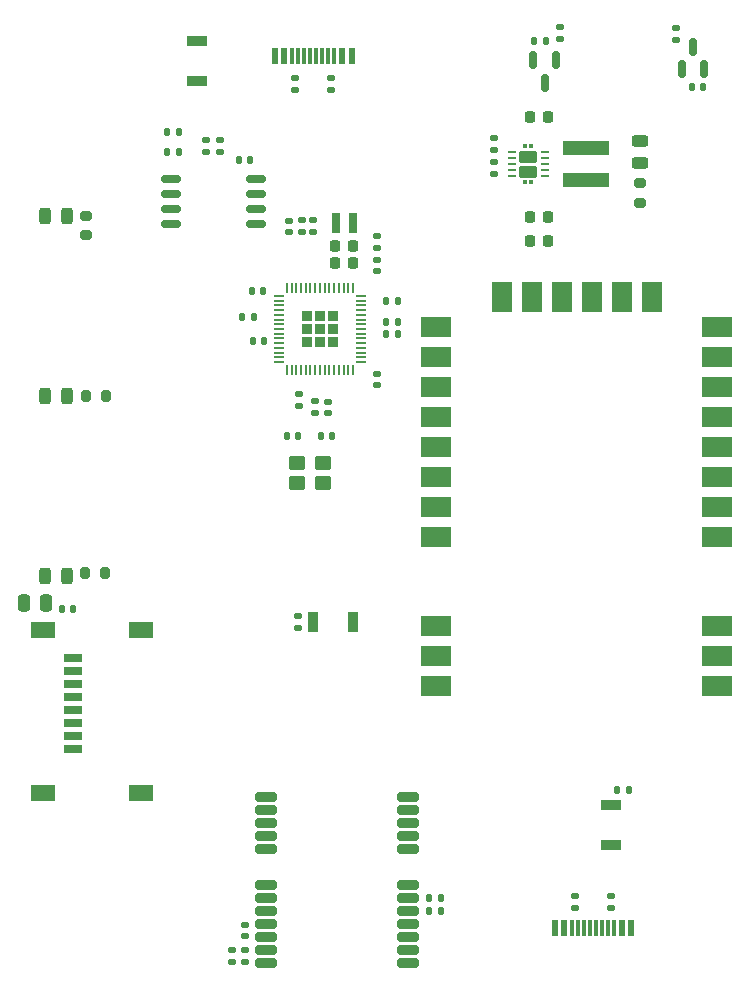
<source format=gtp>
%TF.GenerationSoftware,KiCad,Pcbnew,9.0.2*%
%TF.CreationDate,2025-12-08T13:50:51-08:00*%
%TF.ProjectId,BLV_PCB,424c565f-5043-4422-9e6b-696361645f70,rev?*%
%TF.SameCoordinates,Original*%
%TF.FileFunction,Paste,Top*%
%TF.FilePolarity,Positive*%
%FSLAX46Y46*%
G04 Gerber Fmt 4.6, Leading zero omitted, Abs format (unit mm)*
G04 Created by KiCad (PCBNEW 9.0.2) date 2025-12-08 13:50:51*
%MOMM*%
%LPD*%
G01*
G04 APERTURE LIST*
G04 Aperture macros list*
%AMRoundRect*
0 Rectangle with rounded corners*
0 $1 Rounding radius*
0 $2 $3 $4 $5 $6 $7 $8 $9 X,Y pos of 4 corners*
0 Add a 4 corners polygon primitive as box body*
4,1,4,$2,$3,$4,$5,$6,$7,$8,$9,$2,$3,0*
0 Add four circle primitives for the rounded corners*
1,1,$1+$1,$2,$3*
1,1,$1+$1,$4,$5*
1,1,$1+$1,$6,$7*
1,1,$1+$1,$8,$9*
0 Add four rect primitives between the rounded corners*
20,1,$1+$1,$2,$3,$4,$5,0*
20,1,$1+$1,$4,$5,$6,$7,0*
20,1,$1+$1,$6,$7,$8,$9,0*
20,1,$1+$1,$8,$9,$2,$3,0*%
G04 Aperture macros list end*
%ADD10R,4.000000X1.300000*%
%ADD11RoundRect,0.200000X0.700000X0.200000X-0.700000X0.200000X-0.700000X-0.200000X0.700000X-0.200000X0*%
%ADD12RoundRect,0.200000X0.275000X-0.200000X0.275000X0.200000X-0.275000X0.200000X-0.275000X-0.200000X0*%
%ADD13RoundRect,0.140000X-0.140000X-0.170000X0.140000X-0.170000X0.140000X0.170000X-0.140000X0.170000X0*%
%ADD14RoundRect,0.225000X-0.225000X-0.250000X0.225000X-0.250000X0.225000X0.250000X-0.225000X0.250000X0*%
%ADD15RoundRect,0.140000X0.140000X0.170000X-0.140000X0.170000X-0.140000X-0.170000X0.140000X-0.170000X0*%
%ADD16RoundRect,0.140000X-0.170000X0.140000X-0.170000X-0.140000X0.170000X-0.140000X0.170000X0.140000X0*%
%ADD17R,1.700000X0.900000*%
%ADD18R,1.500000X0.800000*%
%ADD19R,2.000000X1.450000*%
%ADD20RoundRect,0.225000X0.225000X0.250000X-0.225000X0.250000X-0.225000X-0.250000X0.225000X-0.250000X0*%
%ADD21RoundRect,0.135000X0.135000X0.185000X-0.135000X0.185000X-0.135000X-0.185000X0.135000X-0.185000X0*%
%ADD22RoundRect,0.243750X-0.243750X-0.456250X0.243750X-0.456250X0.243750X0.456250X-0.243750X0.456250X0*%
%ADD23R,0.900000X1.700000*%
%ADD24R,2.500000X1.700000*%
%ADD25R,1.700000X2.500000*%
%ADD26RoundRect,0.135000X-0.135000X-0.185000X0.135000X-0.185000X0.135000X0.185000X-0.135000X0.185000X0*%
%ADD27RoundRect,0.135000X-0.185000X0.135000X-0.185000X-0.135000X0.185000X-0.135000X0.185000X0.135000X0*%
%ADD28RoundRect,0.135000X0.185000X-0.135000X0.185000X0.135000X-0.185000X0.135000X-0.185000X-0.135000X0*%
%ADD29RoundRect,0.140000X0.170000X-0.140000X0.170000X0.140000X-0.170000X0.140000X-0.170000X-0.140000X0*%
%ADD30RoundRect,0.150000X0.150000X-0.587500X0.150000X0.587500X-0.150000X0.587500X-0.150000X-0.587500X0*%
%ADD31RoundRect,0.200000X0.200000X0.275000X-0.200000X0.275000X-0.200000X-0.275000X0.200000X-0.275000X0*%
%ADD32RoundRect,0.227500X-0.227500X-0.227500X0.227500X-0.227500X0.227500X0.227500X-0.227500X0.227500X0*%
%ADD33RoundRect,0.050000X-0.350000X-0.050000X0.350000X-0.050000X0.350000X0.050000X-0.350000X0.050000X0*%
%ADD34RoundRect,0.050000X-0.050000X-0.350000X0.050000X-0.350000X0.050000X0.350000X-0.050000X0.350000X0*%
%ADD35R,0.600000X1.450000*%
%ADD36R,0.300000X1.450000*%
%ADD37RoundRect,0.162500X-0.650000X-0.162500X0.650000X-0.162500X0.650000X0.162500X-0.650000X0.162500X0*%
%ADD38RoundRect,0.150000X-0.150000X0.587500X-0.150000X-0.587500X0.150000X-0.587500X0.150000X0.587500X0*%
%ADD39R,0.700000X1.700000*%
%ADD40RoundRect,0.250000X-0.450000X-0.350000X0.450000X-0.350000X0.450000X0.350000X-0.450000X0.350000X0*%
%ADD41RoundRect,0.025000X0.100000X0.145000X-0.100000X0.145000X-0.100000X-0.145000X0.100000X-0.145000X0*%
%ADD42RoundRect,0.106000X0.644000X0.424000X-0.644000X0.424000X-0.644000X-0.424000X0.644000X-0.424000X0*%
%ADD43RoundRect,0.060000X0.240000X0.060000X-0.240000X0.060000X-0.240000X-0.060000X0.240000X-0.060000X0*%
%ADD44RoundRect,0.250000X0.250000X0.475000X-0.250000X0.475000X-0.250000X-0.475000X0.250000X-0.475000X0*%
%ADD45RoundRect,0.243750X-0.456250X0.243750X-0.456250X-0.243750X0.456250X-0.243750X0.456250X0.243750X0*%
G04 APERTURE END LIST*
D10*
%TO.C,L2*%
X179900000Y-55700000D03*
X179900000Y-58400000D03*
%TD*%
D11*
%TO.C,U6*%
X164800000Y-124650000D03*
X164800000Y-123550000D03*
X164800000Y-122450000D03*
X164800000Y-121350000D03*
X164800000Y-120250000D03*
X164800000Y-119150000D03*
X164800000Y-118050000D03*
X164800000Y-115050000D03*
X164800000Y-113950000D03*
X164800000Y-112850000D03*
X164800000Y-111750000D03*
X164800000Y-110650000D03*
X152800000Y-110650000D03*
X152800000Y-111750000D03*
X152800000Y-112850000D03*
X152800000Y-113950000D03*
X152800000Y-115050000D03*
X152800000Y-118050000D03*
X152800000Y-119150000D03*
X152800000Y-120250000D03*
X152800000Y-121350000D03*
X152800000Y-122450000D03*
X152800000Y-123550000D03*
X152800000Y-124650000D03*
%TD*%
D12*
%TO.C,R11*%
X184500000Y-60325000D03*
X184500000Y-58675000D03*
%TD*%
D13*
%TO.C,C1*%
X154595000Y-80050000D03*
X155555000Y-80050000D03*
%TD*%
D14*
%TO.C,C5*%
X158625000Y-63940000D03*
X160175000Y-63940000D03*
%TD*%
D13*
%TO.C,C14*%
X162995000Y-71400000D03*
X163955000Y-71400000D03*
%TD*%
D15*
%TO.C,C6*%
X151755000Y-70000000D03*
X150795000Y-70000000D03*
%TD*%
D16*
%TO.C,C12*%
X155575000Y-76520000D03*
X155575000Y-77480000D03*
%TD*%
%TO.C,C20*%
X172100000Y-56900000D03*
X172100000Y-57860000D03*
%TD*%
D17*
%TO.C,SW1*%
X147000000Y-46600000D03*
X147000000Y-50000000D03*
%TD*%
D18*
%TO.C,J11*%
X136500000Y-106575000D03*
X136500000Y-105475000D03*
X136500000Y-104375000D03*
X136500000Y-103275000D03*
X136500000Y-102175000D03*
X136500000Y-101075000D03*
X136500000Y-99975000D03*
X136500000Y-98875000D03*
D19*
X133900000Y-110250000D03*
X142200000Y-110250000D03*
X133900000Y-96500000D03*
X142200000Y-96500000D03*
%TD*%
D20*
%TO.C,C19*%
X176675000Y-53050000D03*
X175125000Y-53050000D03*
%TD*%
D16*
%TO.C,C7*%
X158075000Y-77140000D03*
X158075000Y-78100000D03*
%TD*%
D21*
%TO.C,R23*%
X183510000Y-110000000D03*
X182490000Y-110000000D03*
%TD*%
D22*
%TO.C,D2*%
X134125000Y-76700000D03*
X136000000Y-76700000D03*
%TD*%
D23*
%TO.C,SW2*%
X156800000Y-95800000D03*
X160200000Y-95800000D03*
%TD*%
D24*
%TO.C,U5*%
X191008225Y-101264000D03*
X191008225Y-98724000D03*
X191008225Y-96184000D03*
X191008225Y-88614000D03*
X191008225Y-86074000D03*
X191008225Y-83534000D03*
X191008225Y-80994000D03*
X191008225Y-78454000D03*
X191008225Y-75914000D03*
X191008225Y-73374000D03*
X191008225Y-70834000D03*
D25*
X185458225Y-68324000D03*
X182918225Y-68324000D03*
X180378225Y-68324000D03*
X177838225Y-68324000D03*
X175298225Y-68324000D03*
X172758225Y-68324000D03*
D24*
X167208225Y-70834000D03*
X167208225Y-73374000D03*
X167208225Y-75914000D03*
X167208225Y-78454000D03*
X167208225Y-80994000D03*
X167208225Y-83534000D03*
X167208225Y-86074000D03*
X167208225Y-88614000D03*
X167208225Y-96184000D03*
X167208225Y-98724000D03*
X167208225Y-101264000D03*
%TD*%
D21*
%TO.C,R7*%
X145441668Y-54353894D03*
X144421668Y-54353894D03*
%TD*%
D26*
%TO.C,R2*%
X144431668Y-56053894D03*
X145451668Y-56053894D03*
%TD*%
D15*
%TO.C,C11*%
X152675000Y-72000000D03*
X151715000Y-72000000D03*
%TD*%
D27*
%TO.C,R8*%
X155825000Y-61790000D03*
X155825000Y-62810000D03*
%TD*%
D28*
%TO.C,R17*%
X177700000Y-46410000D03*
X177700000Y-45390000D03*
%TD*%
%TO.C,R18*%
X187500000Y-46510000D03*
X187500000Y-45490000D03*
%TD*%
D29*
%TO.C,C16*%
X154775000Y-62780000D03*
X154775000Y-61820000D03*
%TD*%
D15*
%TO.C,C18*%
X189830000Y-50500000D03*
X188870000Y-50500000D03*
%TD*%
D30*
%TO.C,Q2*%
X188000000Y-49000000D03*
X189900000Y-49000000D03*
X188950000Y-47125000D03*
%TD*%
D15*
%TO.C,C3*%
X151460000Y-56700000D03*
X150500000Y-56700000D03*
%TD*%
D16*
%TO.C,C8*%
X162175000Y-65160000D03*
X162175000Y-66120000D03*
%TD*%
D28*
%TO.C,R5*%
X155500000Y-96300000D03*
X155500000Y-95280000D03*
%TD*%
D27*
%TO.C,R3*%
X148900000Y-54990000D03*
X148900000Y-56010000D03*
%TD*%
D31*
%TO.C,R13*%
X139225000Y-76700000D03*
X137575000Y-76700000D03*
%TD*%
%TO.C,R14*%
X139150000Y-91700000D03*
X137500000Y-91700000D03*
%TD*%
D32*
%TO.C,U2*%
X156245000Y-69870000D03*
X156245000Y-71000000D03*
X156245000Y-72130000D03*
X157375000Y-69870000D03*
X157375000Y-71000000D03*
X157375000Y-72130000D03*
X158505000Y-69870000D03*
X158505000Y-71000000D03*
X158505000Y-72130000D03*
D33*
X153925000Y-68200000D03*
X153925000Y-68600000D03*
X153925000Y-69000000D03*
X153925000Y-69400000D03*
X153925000Y-69800000D03*
X153925000Y-70200000D03*
X153925000Y-70600000D03*
X153925000Y-71000000D03*
X153925000Y-71400000D03*
X153925000Y-71800000D03*
X153925000Y-72200000D03*
X153925000Y-72600000D03*
X153925000Y-73000000D03*
X153925000Y-73400000D03*
X153925000Y-73800000D03*
D34*
X154575000Y-74450000D03*
X154975000Y-74450000D03*
X155375000Y-74450000D03*
X155775000Y-74450000D03*
X156175000Y-74450000D03*
X156575000Y-74450000D03*
X156975000Y-74450000D03*
X157375000Y-74450000D03*
X157775000Y-74450000D03*
X158175000Y-74450000D03*
X158575000Y-74450000D03*
X158975000Y-74450000D03*
X159375000Y-74450000D03*
X159775000Y-74450000D03*
X160175000Y-74450000D03*
D33*
X160825000Y-73800000D03*
X160825000Y-73400000D03*
X160825000Y-73000000D03*
X160825000Y-72600000D03*
X160825000Y-72200000D03*
X160825000Y-71800000D03*
X160825000Y-71400000D03*
X160825000Y-71000000D03*
X160825000Y-70600000D03*
X160825000Y-70200000D03*
X160825000Y-69800000D03*
X160825000Y-69400000D03*
X160825000Y-69000000D03*
X160825000Y-68600000D03*
X160825000Y-68200000D03*
D34*
X160175000Y-67550000D03*
X159775000Y-67550000D03*
X159375000Y-67550000D03*
X158975000Y-67550000D03*
X158575000Y-67550000D03*
X158175000Y-67550000D03*
X157775000Y-67550000D03*
X157375000Y-67550000D03*
X156975000Y-67550000D03*
X156575000Y-67550000D03*
X156175000Y-67550000D03*
X155775000Y-67550000D03*
X155375000Y-67550000D03*
X154975000Y-67550000D03*
X154575000Y-67550000D03*
%TD*%
D35*
%TO.C,J10*%
X177250000Y-121755000D03*
X178050000Y-121755000D03*
D36*
X179250000Y-121755000D03*
X180250000Y-121755000D03*
X180750000Y-121755000D03*
X181750000Y-121755000D03*
D35*
X182950000Y-121755000D03*
X183750000Y-121755000D03*
X183750000Y-121755000D03*
X182950000Y-121755000D03*
D36*
X182250000Y-121755000D03*
X181250000Y-121755000D03*
X179750000Y-121755000D03*
X178750000Y-121755000D03*
D35*
X178050000Y-121755000D03*
X177250000Y-121755000D03*
%TD*%
D20*
%TO.C,C22*%
X176675000Y-63550000D03*
X175125000Y-63550000D03*
%TD*%
D22*
%TO.C,D3*%
X134062500Y-91900000D03*
X135937500Y-91900000D03*
%TD*%
D37*
%TO.C,U1*%
X144787500Y-58295000D03*
X144787500Y-59565000D03*
X144787500Y-60835000D03*
X144787500Y-62105000D03*
X151962500Y-62105000D03*
X151962500Y-60835000D03*
X151962500Y-59565000D03*
X151962500Y-58295000D03*
%TD*%
D21*
%TO.C,R27*%
X167620000Y-119200000D03*
X166600000Y-119200000D03*
%TD*%
D16*
%TO.C,C29*%
X149900000Y-123600000D03*
X149900000Y-124560000D03*
%TD*%
D38*
%TO.C,Q1*%
X177350000Y-48262500D03*
X175450000Y-48262500D03*
X176400000Y-50137500D03*
%TD*%
D39*
%TO.C,L1*%
X158765000Y-62040000D03*
X160165000Y-62040000D03*
%TD*%
D13*
%TO.C,C15*%
X162995000Y-68600000D03*
X163955000Y-68600000D03*
%TD*%
D40*
%TO.C,Y1*%
X155475000Y-84065000D03*
X157675000Y-84065000D03*
X157675000Y-82365000D03*
X155475000Y-82365000D03*
%TD*%
D17*
%TO.C,SW3*%
X182000000Y-111300000D03*
X182000000Y-114700000D03*
%TD*%
D15*
%TO.C,C10*%
X152580000Y-67800000D03*
X151620000Y-67800000D03*
%TD*%
D14*
%TO.C,C4*%
X158625000Y-65440000D03*
X160175000Y-65440000D03*
%TD*%
D35*
%TO.C,J8*%
X160050000Y-47905000D03*
X159250000Y-47905000D03*
D36*
X158050000Y-47905000D03*
X157050000Y-47905000D03*
X156550000Y-47905000D03*
X155550000Y-47905000D03*
D35*
X154350000Y-47905000D03*
X153550000Y-47905000D03*
X153550000Y-47905000D03*
X154350000Y-47905000D03*
D36*
X155050000Y-47905000D03*
X156050000Y-47905000D03*
X157550000Y-47905000D03*
X158550000Y-47905000D03*
D35*
X159250000Y-47905000D03*
X160050000Y-47905000D03*
%TD*%
D20*
%TO.C,C21*%
X176675000Y-61500000D03*
X175125000Y-61500000D03*
%TD*%
D28*
%TO.C,R24*%
X182000000Y-120010000D03*
X182000000Y-118990000D03*
%TD*%
D16*
%TO.C,C30*%
X151000000Y-123600000D03*
X151000000Y-124560000D03*
%TD*%
D41*
%TO.C,U3*%
X175250000Y-58580000D03*
X175250000Y-55520000D03*
D42*
X175000000Y-57680000D03*
X175000000Y-56420000D03*
D41*
X174750000Y-58580000D03*
X174750000Y-55520000D03*
D43*
X176400000Y-58050000D03*
X176400000Y-57550000D03*
X176400000Y-57050000D03*
X176400000Y-56550000D03*
X176400000Y-56050000D03*
X173600000Y-56050000D03*
X173600000Y-56550000D03*
X173600000Y-57050000D03*
X173600000Y-57550000D03*
X173600000Y-58050000D03*
%TD*%
D28*
%TO.C,R4*%
X156975000Y-78130000D03*
X156975000Y-77110000D03*
%TD*%
D22*
%TO.C,D1*%
X134062500Y-61400000D03*
X135937500Y-61400000D03*
%TD*%
D27*
%TO.C,R10*%
X172100000Y-54790000D03*
X172100000Y-55810000D03*
%TD*%
%TO.C,R16*%
X158300000Y-49720000D03*
X158300000Y-50740000D03*
%TD*%
D15*
%TO.C,C2*%
X158435000Y-80050000D03*
X157475000Y-80050000D03*
%TD*%
D27*
%TO.C,R1*%
X147700000Y-54990000D03*
X147700000Y-56010000D03*
%TD*%
D12*
%TO.C,R12*%
X137600000Y-63050000D03*
X137600000Y-61400000D03*
%TD*%
D44*
%TO.C,C26*%
X134200000Y-94200000D03*
X132300000Y-94200000D03*
%TD*%
D27*
%TO.C,R15*%
X155300000Y-49710000D03*
X155300000Y-50730000D03*
%TD*%
D13*
%TO.C,C27*%
X135520000Y-94700000D03*
X136480000Y-94700000D03*
%TD*%
D27*
%TO.C,R9*%
X156825000Y-61790000D03*
X156825000Y-62810000D03*
%TD*%
D45*
%TO.C,D4*%
X184500000Y-55062500D03*
X184500000Y-56937500D03*
%TD*%
D27*
%TO.C,R6*%
X162175000Y-63120000D03*
X162175000Y-64140000D03*
%TD*%
D13*
%TO.C,C9*%
X162995000Y-70400000D03*
X163955000Y-70400000D03*
%TD*%
D28*
%TO.C,R25*%
X179000000Y-120010000D03*
X179000000Y-118990000D03*
%TD*%
D21*
%TO.C,R26*%
X167610000Y-120300000D03*
X166590000Y-120300000D03*
%TD*%
D16*
%TO.C,C13*%
X162200000Y-74820000D03*
X162200000Y-75780000D03*
%TD*%
D13*
%TO.C,C17*%
X175520000Y-46600000D03*
X176480000Y-46600000D03*
%TD*%
D29*
%TO.C,C28*%
X151000000Y-122380000D03*
X151000000Y-121420000D03*
%TD*%
M02*

</source>
